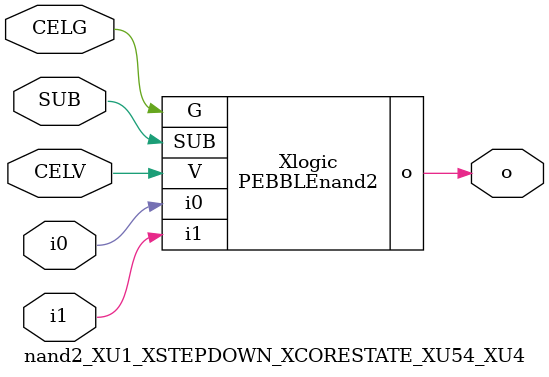
<source format=v>



module PEBBLEnand2 ( o, G, SUB, V, i0, i1 );

  input i0;
  input V;
  input i1;
  input G;
  output o;
  input SUB;
endmodule

//Celera Confidential Do Not Copy nand2_XU1_XSTEPDOWN_XCORESTATE_XU54_XU4
//Celera Confidential Symbol Generator
//5V NAND2
module nand2_XU1_XSTEPDOWN_XCORESTATE_XU54_XU4 (CELV,CELG,i0,i1,o,SUB);
input CELV;
input CELG;
input i0;
input i1;
input SUB;
output o;

//Celera Confidential Do Not Copy nand2
PEBBLEnand2 Xlogic(
.V (CELV),
.i0 (i0),
.i1 (i1),
.o (o),
.SUB (SUB),
.G (CELG)
);
//,diesize,PEBBLEnand2

//Celera Confidential Do Not Copy Module End
//Celera Schematic Generator
endmodule

</source>
